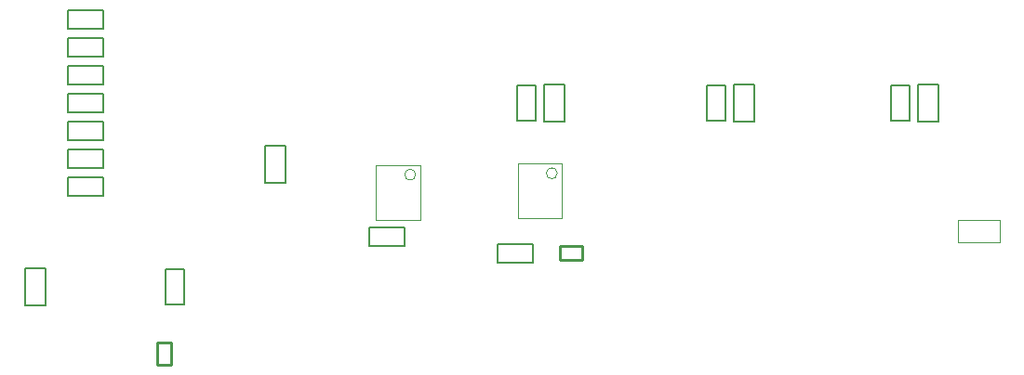
<source format=gbr>
G04*
G04 #@! TF.GenerationSoftware,Altium Limited,Altium Designer,24.1.2 (44)*
G04*
G04 Layer_Color=32768*
%FSLAX25Y25*%
%MOIN*%
G70*
G04*
G04 #@! TF.SameCoordinates,E3FF4B23-F407-445B-9987-FD0FFFC61A21*
G04*
G04*
G04 #@! TF.FilePolarity,Positive*
G04*
G01*
G75*
%ADD12C,0.00787*%
%ADD13C,0.01000*%
%ADD59C,0.00394*%
D12*
X356457Y345307D02*
Y358693D01*
Y345307D02*
X363543D01*
Y358693D01*
X356457D02*
X363543D01*
X270457Y301307D02*
Y314693D01*
Y301307D02*
X277543D01*
Y314693D01*
X270457D02*
X277543D01*
X320654Y301701D02*
Y314299D01*
Y301701D02*
X327346D01*
Y314299D01*
X320654D02*
X327346D01*
X439701Y323346D02*
X452299D01*
X439701Y316653D02*
Y323346D01*
Y316653D02*
X452299D01*
Y323346D01*
X590457Y367307D02*
Y380693D01*
Y367307D02*
X597543D01*
Y380693D01*
X590457D02*
X597543D01*
X524457Y367307D02*
Y380693D01*
Y367307D02*
X531543D01*
Y380693D01*
X524457D02*
X531543D01*
X456457Y367307D02*
Y380693D01*
Y367307D02*
X463543D01*
Y380693D01*
X456457D02*
X463543D01*
X580653Y367701D02*
Y380299D01*
Y367701D02*
X587347D01*
Y380299D01*
X580653D02*
X587347D01*
X514653Y367701D02*
Y380299D01*
Y367701D02*
X521347D01*
Y380299D01*
X514653D02*
X521347D01*
X446654Y367701D02*
Y380299D01*
Y367701D02*
X453346D01*
Y380299D01*
X446654D02*
X453346D01*
X393701Y329346D02*
X406299D01*
X393701Y322654D02*
Y329346D01*
Y322654D02*
X406299D01*
Y329346D01*
X285701Y367347D02*
X298299D01*
X285701Y360653D02*
Y367347D01*
Y360653D02*
X298299D01*
Y367347D01*
X285701Y357347D02*
X298299D01*
X285701Y350654D02*
Y357347D01*
Y350654D02*
X298299D01*
Y357347D01*
X285701Y347346D02*
X298299D01*
X285701Y340653D02*
Y347346D01*
Y340653D02*
X298299D01*
Y347346D01*
X285701Y377346D02*
X298299D01*
X285701Y370654D02*
Y377346D01*
Y370654D02*
X298299D01*
Y377346D01*
X285701Y387347D02*
X298299D01*
X285701Y380654D02*
Y387347D01*
Y380654D02*
X298299D01*
Y387347D01*
X285701Y397346D02*
X298299D01*
X285701Y390653D02*
Y397346D01*
Y390653D02*
X298299D01*
Y397346D01*
X285701Y407346D02*
X298299D01*
X285701Y400654D02*
Y407346D01*
Y400654D02*
X298299D01*
Y407346D01*
D13*
X317539Y280063D02*
X322642D01*
X317539D02*
Y287937D01*
X322642D01*
Y280063D02*
Y287937D01*
X469937Y317539D02*
Y322642D01*
X462063Y317539D02*
X469937D01*
X462063D02*
Y322642D01*
X469937D01*
D59*
X461027Y348799D02*
G03*
X461027Y348799I-1969J0D01*
G01*
X410299Y348299D02*
G03*
X410299Y348299I-1969J0D01*
G01*
X604500Y323984D02*
Y332016D01*
X619500D01*
Y323984D02*
Y332016D01*
X604500Y323984D02*
X619500D01*
X462602Y332658D02*
Y352343D01*
X446854Y332658D02*
Y352343D01*
X462602D01*
X446854Y332658D02*
X462602D01*
X396126Y332157D02*
X411874D01*
X396126Y351842D02*
X411874D01*
X396126Y332157D02*
Y351842D01*
X411874Y332157D02*
Y351842D01*
M02*

</source>
